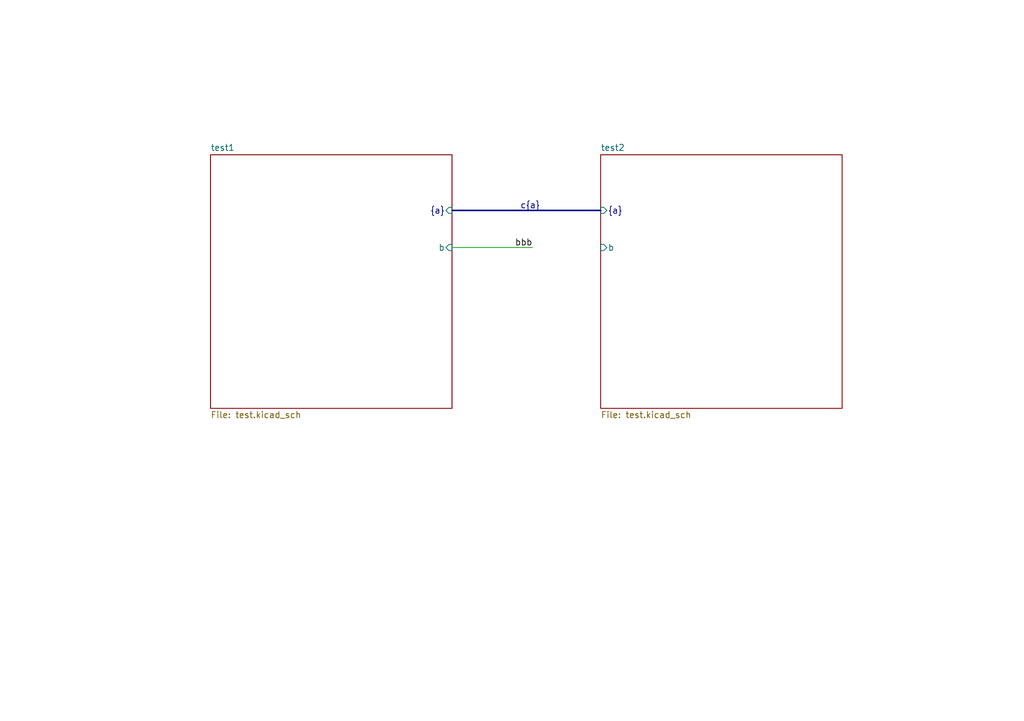
<source format=kicad_sch>
(kicad_sch
	(version 20231120)
	(generator "eeschema")
	(generator_version "8.0")
	(uuid "a762d6aa-3004-4a46-aea9-50946c64404d")
	(paper "A5")
	(lib_symbols)
	(bus
		(pts
			(xy 92.71 43.18) (xy 123.19 43.18)
		)
		(stroke
			(width 0)
			(type default)
		)
		(uuid "7979a7e0-d4fe-424f-982b-b8968ef91175")
	)
	(wire
		(pts
			(xy 109.22 50.8) (xy 92.71 50.8)
		)
		(stroke
			(width 0)
			(type default)
		)
		(uuid "97af57b7-50ad-4f14-8f07-b5e22b4380ab")
	)
	(label "bbb"
		(at 109.22 50.8 180)
		(fields_autoplaced yes)
		(effects
			(font
				(size 1.27 1.27)
			)
			(justify right bottom)
		)
		(uuid "4887ffdb-bc78-41c9-b7b2-8db2e3f486c4")
	)
	(label "c{a}"
		(at 106.68 43.18 0)
		(fields_autoplaced yes)
		(effects
			(font
				(size 1.27 1.27)
			)
			(justify left bottom)
		)
		(uuid "6cbf6b51-71df-45bc-8250-65ecea8211d2")
	)
	(sheet
		(at 43.18 31.75)
		(size 49.53 52.07)
		(fields_autoplaced yes)
		(stroke
			(width 0.1524)
			(type solid)
		)
		(fill
			(color 0 0 0 0.0000)
		)
		(uuid "1a6e1223-e16a-4737-b06a-fab3da607b78")
		(property "Sheetname" "test1"
			(at 43.18 31.0384 0)
			(effects
				(font
					(size 1.27 1.27)
				)
				(justify left bottom)
			)
		)
		(property "Sheetfile" "test.kicad_sch"
			(at 43.18 84.4046 0)
			(effects
				(font
					(size 1.27 1.27)
				)
				(justify left top)
			)
		)
		(pin "b" input
			(at 92.71 50.8 0)
			(effects
				(font
					(size 1.27 1.27)
				)
				(justify right)
			)
			(uuid "d7ace383-22e7-47e9-93a1-b94e33325c5f")
		)
		(pin "{a}" input
			(at 92.71 43.18 0)
			(effects
				(font
					(size 1.27 1.27)
				)
				(justify right)
			)
			(uuid "82f1eb83-196e-406d-9d71-4caeb5475321")
		)
		(instances
			(project "issue18229"
				(path "/a762d6aa-3004-4a46-aea9-50946c64404d"
					(page "3")
				)
			)
		)
	)
	(sheet
		(at 123.19 31.75)
		(size 49.53 52.07)
		(fields_autoplaced yes)
		(stroke
			(width 0.1524)
			(type solid)
		)
		(fill
			(color 0 0 0 0.0000)
		)
		(uuid "5cfd53fb-ab69-498e-a59a-b57a7797f287")
		(property "Sheetname" "test2"
			(at 123.19 31.0384 0)
			(effects
				(font
					(size 1.27 1.27)
				)
				(justify left bottom)
			)
		)
		(property "Sheetfile" "test.kicad_sch"
			(at 123.19 84.4046 0)
			(effects
				(font
					(size 1.27 1.27)
				)
				(justify left top)
			)
		)
		(pin "b" input
			(at 123.19 50.8 180)
			(effects
				(font
					(size 1.27 1.27)
				)
				(justify left)
			)
			(uuid "77077e58-f680-4057-8553-24f15f9df2c9")
		)
		(pin "{a}" input
			(at 123.19 43.18 180)
			(effects
				(font
					(size 1.27 1.27)
				)
				(justify left)
			)
			(uuid "f5f10559-aeeb-4550-996a-34afa89dafe9")
		)
		(instances
			(project "issue18229"
				(path "/a762d6aa-3004-4a46-aea9-50946c64404d"
					(page "2")
				)
			)
		)
	)
	(sheet_instances
		(path "/"
			(page "1")
		)
	)
)

</source>
